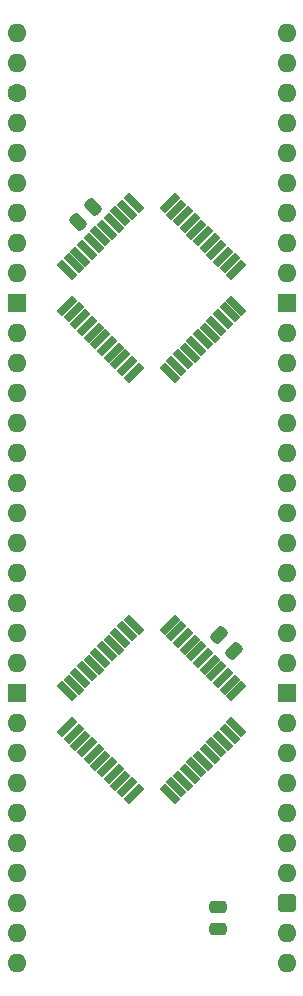
<source format=gts>
%TF.GenerationSoftware,KiCad,Pcbnew,8.0.4*%
%TF.CreationDate,2024-08-14T08:58:19+02:00*%
%TF.ProjectId,VIA Breakout,56494120-4272-4656-916b-6f75742e6b69,rev?*%
%TF.SameCoordinates,PX71d9820PY3efb0c0*%
%TF.FileFunction,Soldermask,Top*%
%TF.FilePolarity,Negative*%
%FSLAX46Y46*%
G04 Gerber Fmt 4.6, Leading zero omitted, Abs format (unit mm)*
G04 Created by KiCad (PCBNEW 8.0.4) date 2024-08-14 08:58:19*
%MOMM*%
%LPD*%
G01*
G04 APERTURE LIST*
G04 Aperture macros list*
%AMRoundRect*
0 Rectangle with rounded corners*
0 $1 Rounding radius*
0 $2 $3 $4 $5 $6 $7 $8 $9 X,Y pos of 4 corners*
0 Add a 4 corners polygon primitive as box body*
4,1,4,$2,$3,$4,$5,$6,$7,$8,$9,$2,$3,0*
0 Add four circle primitives for the rounded corners*
1,1,$1+$1,$2,$3*
1,1,$1+$1,$4,$5*
1,1,$1+$1,$6,$7*
1,1,$1+$1,$8,$9*
0 Add four rect primitives between the rounded corners*
20,1,$1+$1,$2,$3,$4,$5,0*
20,1,$1+$1,$4,$5,$6,$7,0*
20,1,$1+$1,$6,$7,$8,$9,0*
20,1,$1+$1,$8,$9,$2,$3,0*%
%AMRotRect*
0 Rectangle, with rotation*
0 The origin of the aperture is its center*
0 $1 length*
0 $2 width*
0 $3 Rotation angle, in degrees counterclockwise*
0 Add horizontal line*
21,1,$1,$2,0,0,$3*%
G04 Aperture macros list end*
%ADD10RotRect,0.600000X1.850000X225.000000*%
%ADD11RotRect,0.600000X1.850000X135.000000*%
%ADD12RoundRect,0.250000X-0.475000X0.250000X-0.475000X-0.250000X0.475000X-0.250000X0.475000X0.250000X0*%
%ADD13O,1.600000X1.600000*%
%ADD14C,1.600000*%
%ADD15R,1.600000X1.600000*%
%ADD16RoundRect,0.400000X-0.400000X-0.400000X0.400000X-0.400000X0.400000X0.400000X-0.400000X0.400000X0*%
%ADD17RotRect,0.600000X1.850000X315.000000*%
%ADD18RoundRect,0.250000X0.512652X0.159099X0.159099X0.512652X-0.512652X-0.159099X-0.159099X-0.512652X0*%
%ADD19RoundRect,0.250000X-0.159099X0.512652X-0.512652X0.159099X0.159099X-0.512652X0.512652X-0.159099X0*%
G04 APERTURE END LIST*
D10*
%TO.C,IC2*%
X12950280Y-64454134D03*
X13515965Y-63888448D03*
X14081650Y-63322763D03*
X14647336Y-62757078D03*
X15213021Y-62191392D03*
X15778707Y-61625707D03*
X16344392Y-61060021D03*
X16910078Y-60494336D03*
X17475763Y-59928650D03*
X18041448Y-59362965D03*
X18607134Y-58797280D03*
D11*
X18607134Y-55756720D03*
X18041448Y-55191035D03*
X17475763Y-54625350D03*
X16910078Y-54059664D03*
X16344392Y-53493979D03*
X15778707Y-52928293D03*
X15213021Y-52362608D03*
X14647336Y-51796922D03*
X14081650Y-51231237D03*
X13515965Y-50665552D03*
X12950280Y-50099866D03*
D10*
X9909720Y-50099866D03*
X9344035Y-50665552D03*
X8778350Y-51231237D03*
X8212664Y-51796922D03*
X7646979Y-52362608D03*
X7081293Y-52928293D03*
X6515608Y-53493979D03*
X5949922Y-54059664D03*
X5384237Y-54625350D03*
X4818552Y-55191035D03*
X4252866Y-55756720D03*
D11*
X4252866Y-58797280D03*
X4818552Y-59362965D03*
X5384237Y-59928650D03*
X5949922Y-60494336D03*
X6515608Y-61060021D03*
X7081293Y-61625707D03*
X7646979Y-62191392D03*
X8212664Y-62757078D03*
X8778350Y-63322763D03*
X9344035Y-63888448D03*
X9909720Y-64454134D03*
%TD*%
D12*
%TO.C,C5*%
X17018000Y-73996000D03*
X17018000Y-75896000D03*
%TD*%
D13*
%TO.C,J1*%
X0Y0D03*
X0Y-2540000D03*
D14*
X0Y-5080000D03*
D13*
X0Y-7620000D03*
X0Y-10160000D03*
X0Y-12700000D03*
X0Y-15240000D03*
X0Y-17780000D03*
X0Y-20320000D03*
D15*
X0Y-22860000D03*
D13*
X0Y-25400000D03*
X0Y-27940000D03*
X0Y-30480000D03*
X0Y-33020000D03*
X0Y-35560000D03*
X0Y-38100000D03*
X0Y-40640000D03*
X0Y-43180000D03*
X0Y-45720000D03*
X0Y-48260000D03*
X0Y-50800000D03*
X0Y-53340000D03*
D15*
X0Y-55880000D03*
D13*
X0Y-58420000D03*
X0Y-60960000D03*
X0Y-63500000D03*
X0Y-66040000D03*
X0Y-68580000D03*
X0Y-71120000D03*
X0Y-73660000D03*
X0Y-76200000D03*
X0Y-78740000D03*
X22860000Y-78740000D03*
X22860000Y-76200000D03*
D16*
X22860000Y-73660000D03*
D13*
X22860000Y-71120000D03*
X22860000Y-68580000D03*
X22860000Y-66040000D03*
X22860000Y-63500000D03*
X22860000Y-60960000D03*
X22860000Y-58420000D03*
D15*
X22860000Y-55880000D03*
D13*
X22860000Y-53340000D03*
X22860000Y-50800000D03*
X22860000Y-48260000D03*
X22860000Y-45720000D03*
X22860000Y-43180000D03*
X22860000Y-40640000D03*
X22860000Y-38100000D03*
X22860000Y-35560000D03*
X22860000Y-33020000D03*
X22860000Y-30480000D03*
X22860000Y-27940000D03*
X22860000Y-25400000D03*
D15*
X22860000Y-22860000D03*
D13*
X22860000Y-20320000D03*
X22860000Y-17780000D03*
X22860000Y-15240000D03*
X22860000Y-12700000D03*
X22860000Y-10160000D03*
X22860000Y-7620000D03*
X22860000Y-5080000D03*
X22860000Y-2540000D03*
X22860000Y0D03*
%TD*%
D17*
%TO.C,IC1*%
X18607134Y-20069720D03*
X18041448Y-19504035D03*
X17475763Y-18938350D03*
X16910078Y-18372664D03*
X16344392Y-17806979D03*
X15778707Y-17241293D03*
X15213021Y-16675608D03*
X14647336Y-16109922D03*
X14081650Y-15544237D03*
X13515965Y-14978552D03*
X12950280Y-14412866D03*
D10*
X9909720Y-14412866D03*
X9344035Y-14978552D03*
X8778350Y-15544237D03*
X8212664Y-16109922D03*
X7646979Y-16675608D03*
X7081293Y-17241293D03*
X6515608Y-17806979D03*
X5949922Y-18372664D03*
X5384237Y-18938350D03*
X4818552Y-19504035D03*
X4252866Y-20069720D03*
D17*
X4252866Y-23110280D03*
X4818552Y-23675965D03*
X5384237Y-24241650D03*
X5949922Y-24807336D03*
X6515608Y-25373021D03*
X7081293Y-25938707D03*
X7646979Y-26504392D03*
X8212664Y-27070078D03*
X8778350Y-27635763D03*
X9344035Y-28201448D03*
X9909720Y-28767134D03*
D10*
X12950280Y-28767134D03*
X13515965Y-28201448D03*
X14081650Y-27635763D03*
X14647336Y-27070078D03*
X15213021Y-26504392D03*
X15778707Y-25938707D03*
X16344392Y-25373021D03*
X16910078Y-24807336D03*
X17475763Y-24241650D03*
X18041448Y-23675965D03*
X18607134Y-23110280D03*
%TD*%
D18*
%TO.C,C4*%
X18440438Y-52349438D03*
X17096935Y-51005935D03*
%TD*%
D19*
%TO.C,C3*%
X6502438Y-14706562D03*
X5158935Y-16050065D03*
%TD*%
M02*

</source>
